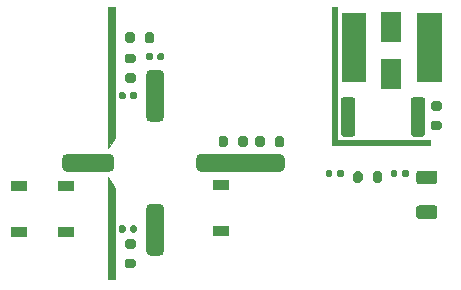
<source format=gbr>
%TF.GenerationSoftware,KiCad,Pcbnew,(5.1.9-13-g2d491f9cbd)-1*%
%TF.CreationDate,2021-02-20T15:51:51+01:00*%
%TF.ProjectId,Ant_Amp,416e745f-416d-4702-9e6b-696361645f70,rev?*%
%TF.SameCoordinates,Original*%
%TF.FileFunction,Paste,Top*%
%TF.FilePolarity,Positive*%
%FSLAX46Y46*%
G04 Gerber Fmt 4.6, Leading zero omitted, Abs format (unit mm)*
G04 Created by KiCad (PCBNEW (5.1.9-13-g2d491f9cbd)-1) date 2021-02-20 15:51:51*
%MOMM*%
%LPD*%
G01*
G04 APERTURE LIST*
%ADD10C,0.100000*%
%ADD11R,1.400000X0.900000*%
%ADD12R,1.800000X2.500000*%
G04 APERTURE END LIST*
D10*
G36*
X114964020Y-112521820D02*
G01*
X114364020Y-113321820D01*
X114364020Y-101421820D01*
X114964020Y-101421820D01*
X114964020Y-112521820D01*
G37*
X114964020Y-112521820D02*
X114364020Y-113321820D01*
X114364020Y-101421820D01*
X114964020Y-101421820D01*
X114964020Y-112521820D01*
G36*
X114964020Y-116721820D02*
G01*
X114964020Y-124421820D01*
X114364020Y-124421820D01*
X114364020Y-115821820D01*
X114964020Y-116721820D01*
G37*
X114964020Y-116721820D02*
X114964020Y-124421820D01*
X114364020Y-124421820D01*
X114364020Y-115821820D01*
X114964020Y-116721820D01*
G36*
X141664020Y-113121820D02*
G01*
X133364020Y-113121820D01*
X133364020Y-112721820D01*
X141664020Y-112721820D01*
X141664020Y-113121820D01*
G37*
X141664020Y-113121820D02*
X133364020Y-113121820D01*
X133364020Y-112721820D01*
X141664020Y-112721820D01*
X141664020Y-113121820D01*
G36*
X133764020Y-112921820D02*
G01*
X133364020Y-112921820D01*
X133364020Y-101421820D01*
X133764020Y-101421820D01*
X133764020Y-112921820D01*
G37*
X133764020Y-112921820D02*
X133364020Y-112921820D01*
X133364020Y-101421820D01*
X133764020Y-101421820D01*
X133764020Y-112921820D01*
G36*
X142564020Y-107721820D02*
G01*
X140564020Y-107721820D01*
X140564020Y-101921820D01*
X142564020Y-101921820D01*
X142564020Y-107721820D01*
G37*
X142564020Y-107721820D02*
X140564020Y-107721820D01*
X140564020Y-101921820D01*
X142564020Y-101921820D01*
X142564020Y-107721820D01*
G36*
X136164020Y-107721820D02*
G01*
X134164020Y-107721820D01*
X134164020Y-101921820D01*
X136164020Y-101921820D01*
X136164020Y-107721820D01*
G37*
X136164020Y-107721820D02*
X134164020Y-107721820D01*
X134164020Y-101921820D01*
X136164020Y-101921820D01*
X136164020Y-107721820D01*
D11*
%TO.C,CT3*%
X123964020Y-120371820D03*
X123964020Y-116471820D03*
%TD*%
%TO.C,CT2*%
X110864020Y-120471820D03*
X110864020Y-116571820D03*
%TD*%
%TO.C,CT1*%
X106864020Y-120471820D03*
X106864020Y-116571820D03*
%TD*%
%TO.C,R7*%
G36*
G01*
X140014020Y-112146820D02*
X140014020Y-109296820D01*
G75*
G02*
X140264020Y-109046820I250000J0D01*
G01*
X140989020Y-109046820D01*
G75*
G02*
X141239020Y-109296820I0J-250000D01*
G01*
X141239020Y-112146820D01*
G75*
G02*
X140989020Y-112396820I-250000J0D01*
G01*
X140264020Y-112396820D01*
G75*
G02*
X140014020Y-112146820I0J250000D01*
G01*
G37*
G36*
G01*
X134089020Y-112146820D02*
X134089020Y-109296820D01*
G75*
G02*
X134339020Y-109046820I250000J0D01*
G01*
X135064020Y-109046820D01*
G75*
G02*
X135314020Y-109296820I0J-250000D01*
G01*
X135314020Y-112146820D01*
G75*
G02*
X135064020Y-112396820I-250000J0D01*
G01*
X134339020Y-112396820D01*
G75*
G02*
X134089020Y-112146820I0J250000D01*
G01*
G37*
%TD*%
%TO.C,C6*%
G36*
G01*
X118564020Y-105791820D02*
X118564020Y-105451820D01*
G75*
G02*
X118704020Y-105311820I140000J0D01*
G01*
X118984020Y-105311820D01*
G75*
G02*
X119124020Y-105451820I0J-140000D01*
G01*
X119124020Y-105791820D01*
G75*
G02*
X118984020Y-105931820I-140000J0D01*
G01*
X118704020Y-105931820D01*
G75*
G02*
X118564020Y-105791820I0J140000D01*
G01*
G37*
G36*
G01*
X117604020Y-105791820D02*
X117604020Y-105451820D01*
G75*
G02*
X117744020Y-105311820I140000J0D01*
G01*
X118024020Y-105311820D01*
G75*
G02*
X118164020Y-105451820I0J-140000D01*
G01*
X118164020Y-105791820D01*
G75*
G02*
X118024020Y-105931820I-140000J0D01*
G01*
X117744020Y-105931820D01*
G75*
G02*
X117604020Y-105791820I0J140000D01*
G01*
G37*
%TD*%
%TO.C,C4*%
G36*
G01*
X139264020Y-115691820D02*
X139264020Y-115351820D01*
G75*
G02*
X139404020Y-115211820I140000J0D01*
G01*
X139684020Y-115211820D01*
G75*
G02*
X139824020Y-115351820I0J-140000D01*
G01*
X139824020Y-115691820D01*
G75*
G02*
X139684020Y-115831820I-140000J0D01*
G01*
X139404020Y-115831820D01*
G75*
G02*
X139264020Y-115691820I0J140000D01*
G01*
G37*
G36*
G01*
X138304020Y-115691820D02*
X138304020Y-115351820D01*
G75*
G02*
X138444020Y-115211820I140000J0D01*
G01*
X138724020Y-115211820D01*
G75*
G02*
X138864020Y-115351820I0J-140000D01*
G01*
X138864020Y-115691820D01*
G75*
G02*
X138724020Y-115831820I-140000J0D01*
G01*
X138444020Y-115831820D01*
G75*
G02*
X138304020Y-115691820I0J140000D01*
G01*
G37*
%TD*%
%TO.C,C3*%
G36*
G01*
X133364020Y-115351820D02*
X133364020Y-115691820D01*
G75*
G02*
X133224020Y-115831820I-140000J0D01*
G01*
X132944020Y-115831820D01*
G75*
G02*
X132804020Y-115691820I0J140000D01*
G01*
X132804020Y-115351820D01*
G75*
G02*
X132944020Y-115211820I140000J0D01*
G01*
X133224020Y-115211820D01*
G75*
G02*
X133364020Y-115351820I0J-140000D01*
G01*
G37*
G36*
G01*
X134324020Y-115351820D02*
X134324020Y-115691820D01*
G75*
G02*
X134184020Y-115831820I-140000J0D01*
G01*
X133904020Y-115831820D01*
G75*
G02*
X133764020Y-115691820I0J140000D01*
G01*
X133764020Y-115351820D01*
G75*
G02*
X133904020Y-115211820I140000J0D01*
G01*
X134184020Y-115211820D01*
G75*
G02*
X134324020Y-115351820I0J-140000D01*
G01*
G37*
%TD*%
%TO.C,C2*%
G36*
G01*
X115864020Y-120051820D02*
X115864020Y-120391820D01*
G75*
G02*
X115724020Y-120531820I-140000J0D01*
G01*
X115444020Y-120531820D01*
G75*
G02*
X115304020Y-120391820I0J140000D01*
G01*
X115304020Y-120051820D01*
G75*
G02*
X115444020Y-119911820I140000J0D01*
G01*
X115724020Y-119911820D01*
G75*
G02*
X115864020Y-120051820I0J-140000D01*
G01*
G37*
G36*
G01*
X116824020Y-120051820D02*
X116824020Y-120391820D01*
G75*
G02*
X116684020Y-120531820I-140000J0D01*
G01*
X116404020Y-120531820D01*
G75*
G02*
X116264020Y-120391820I0J140000D01*
G01*
X116264020Y-120051820D01*
G75*
G02*
X116404020Y-119911820I140000J0D01*
G01*
X116684020Y-119911820D01*
G75*
G02*
X116824020Y-120051820I0J-140000D01*
G01*
G37*
%TD*%
%TO.C,C1*%
G36*
G01*
X115864020Y-108751820D02*
X115864020Y-109091820D01*
G75*
G02*
X115724020Y-109231820I-140000J0D01*
G01*
X115444020Y-109231820D01*
G75*
G02*
X115304020Y-109091820I0J140000D01*
G01*
X115304020Y-108751820D01*
G75*
G02*
X115444020Y-108611820I140000J0D01*
G01*
X115724020Y-108611820D01*
G75*
G02*
X115864020Y-108751820I0J-140000D01*
G01*
G37*
G36*
G01*
X116824020Y-108751820D02*
X116824020Y-109091820D01*
G75*
G02*
X116684020Y-109231820I-140000J0D01*
G01*
X116404020Y-109231820D01*
G75*
G02*
X116264020Y-109091820I0J140000D01*
G01*
X116264020Y-108751820D01*
G75*
G02*
X116404020Y-108611820I140000J0D01*
G01*
X116684020Y-108611820D01*
G75*
G02*
X116824020Y-108751820I0J-140000D01*
G01*
G37*
%TD*%
%TO.C,FB1*%
G36*
G01*
X141889020Y-111046820D02*
X142439020Y-111046820D01*
G75*
G02*
X142639020Y-111246820I0J-200000D01*
G01*
X142639020Y-111646820D01*
G75*
G02*
X142439020Y-111846820I-200000J0D01*
G01*
X141889020Y-111846820D01*
G75*
G02*
X141689020Y-111646820I0J200000D01*
G01*
X141689020Y-111246820D01*
G75*
G02*
X141889020Y-111046820I200000J0D01*
G01*
G37*
G36*
G01*
X141889020Y-109396820D02*
X142439020Y-109396820D01*
G75*
G02*
X142639020Y-109596820I0J-200000D01*
G01*
X142639020Y-109996820D01*
G75*
G02*
X142439020Y-110196820I-200000J0D01*
G01*
X141889020Y-110196820D01*
G75*
G02*
X141689020Y-109996820I0J200000D01*
G01*
X141689020Y-109596820D01*
G75*
G02*
X141889020Y-109396820I200000J0D01*
G01*
G37*
%TD*%
D12*
%TO.C,D1*%
X138364020Y-103121820D03*
X138364020Y-107121820D03*
%TD*%
%TO.C,C5*%
G36*
G01*
X140714019Y-118221820D02*
X142014021Y-118221820D01*
G75*
G02*
X142264020Y-118471819I0J-249999D01*
G01*
X142264020Y-119121821D01*
G75*
G02*
X142014021Y-119371820I-249999J0D01*
G01*
X140714019Y-119371820D01*
G75*
G02*
X140464020Y-119121821I0J249999D01*
G01*
X140464020Y-118471819D01*
G75*
G02*
X140714019Y-118221820I249999J0D01*
G01*
G37*
G36*
G01*
X140714019Y-115271820D02*
X142014021Y-115271820D01*
G75*
G02*
X142264020Y-115521819I0J-249999D01*
G01*
X142264020Y-116171821D01*
G75*
G02*
X142014021Y-116421820I-249999J0D01*
G01*
X140714019Y-116421820D01*
G75*
G02*
X140464020Y-116171821I0J249999D01*
G01*
X140464020Y-115521819D01*
G75*
G02*
X140714019Y-115271820I249999J0D01*
G01*
G37*
%TD*%
%TO.C,R6*%
G36*
G01*
X124539020Y-112546820D02*
X124539020Y-113096820D01*
G75*
G02*
X124339020Y-113296820I-200000J0D01*
G01*
X123939020Y-113296820D01*
G75*
G02*
X123739020Y-113096820I0J200000D01*
G01*
X123739020Y-112546820D01*
G75*
G02*
X123939020Y-112346820I200000J0D01*
G01*
X124339020Y-112346820D01*
G75*
G02*
X124539020Y-112546820I0J-200000D01*
G01*
G37*
G36*
G01*
X126189020Y-112546820D02*
X126189020Y-113096820D01*
G75*
G02*
X125989020Y-113296820I-200000J0D01*
G01*
X125589020Y-113296820D01*
G75*
G02*
X125389020Y-113096820I0J200000D01*
G01*
X125389020Y-112546820D01*
G75*
G02*
X125589020Y-112346820I200000J0D01*
G01*
X125989020Y-112346820D01*
G75*
G02*
X126189020Y-112546820I0J-200000D01*
G01*
G37*
%TD*%
%TO.C,R5*%
G36*
G01*
X128489020Y-113096820D02*
X128489020Y-112546820D01*
G75*
G02*
X128689020Y-112346820I200000J0D01*
G01*
X129089020Y-112346820D01*
G75*
G02*
X129289020Y-112546820I0J-200000D01*
G01*
X129289020Y-113096820D01*
G75*
G02*
X129089020Y-113296820I-200000J0D01*
G01*
X128689020Y-113296820D01*
G75*
G02*
X128489020Y-113096820I0J200000D01*
G01*
G37*
G36*
G01*
X126839020Y-113096820D02*
X126839020Y-112546820D01*
G75*
G02*
X127039020Y-112346820I200000J0D01*
G01*
X127439020Y-112346820D01*
G75*
G02*
X127639020Y-112546820I0J-200000D01*
G01*
X127639020Y-113096820D01*
G75*
G02*
X127439020Y-113296820I-200000J0D01*
G01*
X127039020Y-113296820D01*
G75*
G02*
X126839020Y-113096820I0J200000D01*
G01*
G37*
%TD*%
%TO.C,R4*%
G36*
G01*
X136789020Y-116096820D02*
X136789020Y-115546820D01*
G75*
G02*
X136989020Y-115346820I200000J0D01*
G01*
X137389020Y-115346820D01*
G75*
G02*
X137589020Y-115546820I0J-200000D01*
G01*
X137589020Y-116096820D01*
G75*
G02*
X137389020Y-116296820I-200000J0D01*
G01*
X136989020Y-116296820D01*
G75*
G02*
X136789020Y-116096820I0J200000D01*
G01*
G37*
G36*
G01*
X135139020Y-116096820D02*
X135139020Y-115546820D01*
G75*
G02*
X135339020Y-115346820I200000J0D01*
G01*
X135739020Y-115346820D01*
G75*
G02*
X135939020Y-115546820I0J-200000D01*
G01*
X135939020Y-116096820D01*
G75*
G02*
X135739020Y-116296820I-200000J0D01*
G01*
X135339020Y-116296820D01*
G75*
G02*
X135139020Y-116096820I0J200000D01*
G01*
G37*
%TD*%
%TO.C,R3*%
G36*
G01*
X115989020Y-122746820D02*
X116539020Y-122746820D01*
G75*
G02*
X116739020Y-122946820I0J-200000D01*
G01*
X116739020Y-123346820D01*
G75*
G02*
X116539020Y-123546820I-200000J0D01*
G01*
X115989020Y-123546820D01*
G75*
G02*
X115789020Y-123346820I0J200000D01*
G01*
X115789020Y-122946820D01*
G75*
G02*
X115989020Y-122746820I200000J0D01*
G01*
G37*
G36*
G01*
X115989020Y-121096820D02*
X116539020Y-121096820D01*
G75*
G02*
X116739020Y-121296820I0J-200000D01*
G01*
X116739020Y-121696820D01*
G75*
G02*
X116539020Y-121896820I-200000J0D01*
G01*
X115989020Y-121896820D01*
G75*
G02*
X115789020Y-121696820I0J200000D01*
G01*
X115789020Y-121296820D01*
G75*
G02*
X115989020Y-121096820I200000J0D01*
G01*
G37*
%TD*%
%TO.C,R2*%
G36*
G01*
X115989020Y-107046820D02*
X116539020Y-107046820D01*
G75*
G02*
X116739020Y-107246820I0J-200000D01*
G01*
X116739020Y-107646820D01*
G75*
G02*
X116539020Y-107846820I-200000J0D01*
G01*
X115989020Y-107846820D01*
G75*
G02*
X115789020Y-107646820I0J200000D01*
G01*
X115789020Y-107246820D01*
G75*
G02*
X115989020Y-107046820I200000J0D01*
G01*
G37*
G36*
G01*
X115989020Y-105396820D02*
X116539020Y-105396820D01*
G75*
G02*
X116739020Y-105596820I0J-200000D01*
G01*
X116739020Y-105996820D01*
G75*
G02*
X116539020Y-106196820I-200000J0D01*
G01*
X115989020Y-106196820D01*
G75*
G02*
X115789020Y-105996820I0J200000D01*
G01*
X115789020Y-105596820D01*
G75*
G02*
X115989020Y-105396820I200000J0D01*
G01*
G37*
%TD*%
%TO.C,R1*%
G36*
G01*
X117489020Y-104296820D02*
X117489020Y-103746820D01*
G75*
G02*
X117689020Y-103546820I200000J0D01*
G01*
X118089020Y-103546820D01*
G75*
G02*
X118289020Y-103746820I0J-200000D01*
G01*
X118289020Y-104296820D01*
G75*
G02*
X118089020Y-104496820I-200000J0D01*
G01*
X117689020Y-104496820D01*
G75*
G02*
X117489020Y-104296820I0J200000D01*
G01*
G37*
G36*
G01*
X115839020Y-104296820D02*
X115839020Y-103746820D01*
G75*
G02*
X116039020Y-103546820I200000J0D01*
G01*
X116439020Y-103546820D01*
G75*
G02*
X116639020Y-103746820I0J-200000D01*
G01*
X116639020Y-104296820D01*
G75*
G02*
X116439020Y-104496820I-200000J0D01*
G01*
X116039020Y-104496820D01*
G75*
G02*
X115839020Y-104296820I0J200000D01*
G01*
G37*
%TD*%
%TO.C,Q1*%
G36*
G01*
X129340320Y-114246820D02*
X129340320Y-114996820D01*
G75*
G02*
X128965320Y-115371820I-375000J0D01*
G01*
X122215320Y-115371820D01*
G75*
G02*
X121840320Y-114996820I0J375000D01*
G01*
X121840320Y-114246820D01*
G75*
G02*
X122215320Y-113871820I375000J0D01*
G01*
X128965320Y-113871820D01*
G75*
G02*
X129340320Y-114246820I0J-375000D01*
G01*
G37*
G36*
G01*
X118739020Y-122486020D02*
X117989020Y-122486020D01*
G75*
G02*
X117614020Y-122111020I0J375000D01*
G01*
X117614020Y-118461020D01*
G75*
G02*
X117989020Y-118086020I375000J0D01*
G01*
X118739020Y-118086020D01*
G75*
G02*
X119114020Y-118461020I0J-375000D01*
G01*
X119114020Y-122111020D01*
G75*
G02*
X118739020Y-122486020I-375000J0D01*
G01*
G37*
G36*
G01*
X114899820Y-114246820D02*
X114899820Y-114996820D01*
G75*
G02*
X114524820Y-115371820I-375000J0D01*
G01*
X110874820Y-115371820D01*
G75*
G02*
X110499820Y-114996820I0J375000D01*
G01*
X110499820Y-114246820D01*
G75*
G02*
X110874820Y-113871820I375000J0D01*
G01*
X114524820Y-113871820D01*
G75*
G02*
X114899820Y-114246820I0J-375000D01*
G01*
G37*
G36*
G01*
X118739020Y-111144920D02*
X117989020Y-111144920D01*
G75*
G02*
X117614020Y-110769920I0J375000D01*
G01*
X117614020Y-107119920D01*
G75*
G02*
X117989020Y-106744920I375000J0D01*
G01*
X118739020Y-106744920D01*
G75*
G02*
X119114020Y-107119920I0J-375000D01*
G01*
X119114020Y-110769920D01*
G75*
G02*
X118739020Y-111144920I-375000J0D01*
G01*
G37*
%TD*%
M02*

</source>
